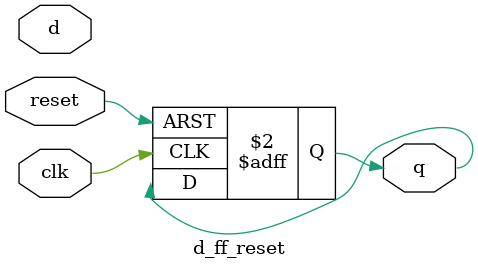
<source format=v>
module d_ff_reset(input clk, input reset, input d, output reg q);
    always @(posedge clk, posedge reset) begin
        if(reset) q <= 1'b0;
        else q <= q;
    end
endmodule
</source>
